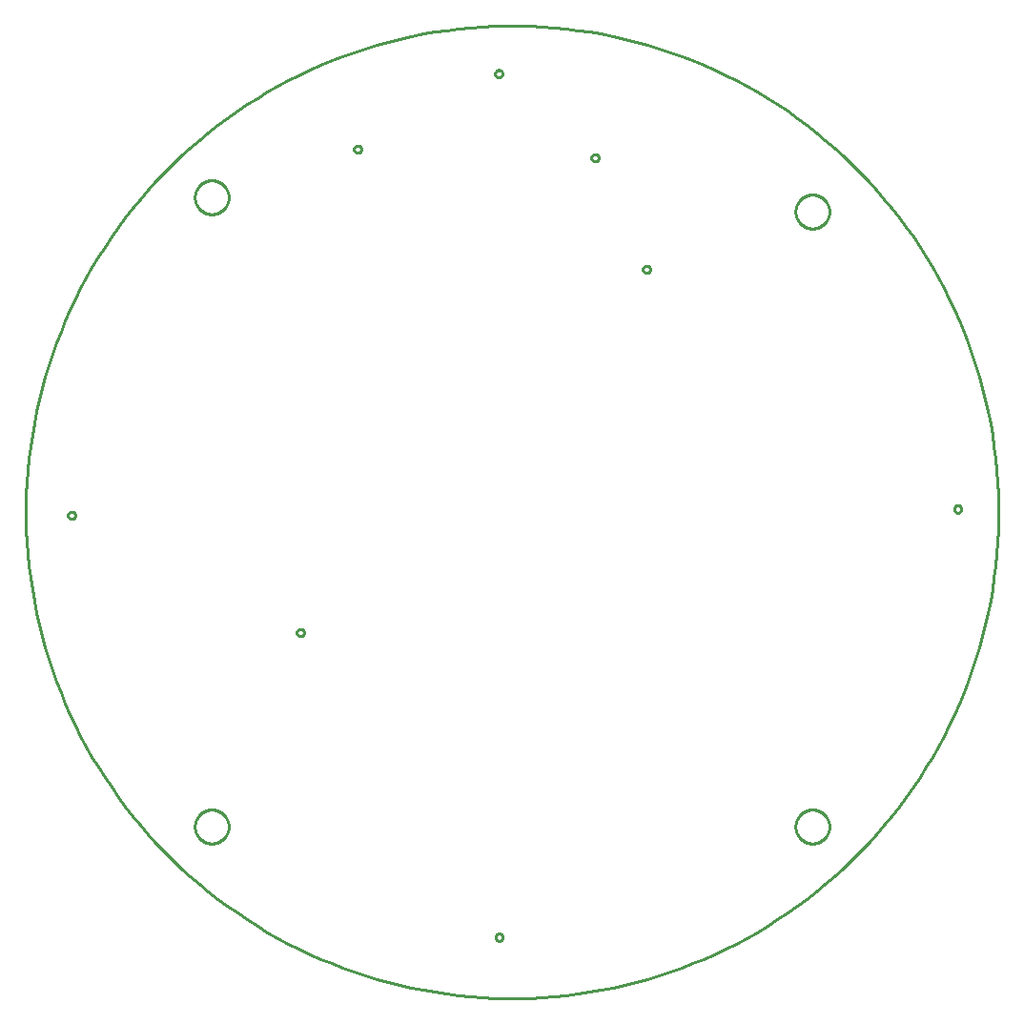
<source format=gbr>
G04 EAGLE Gerber RS-274X export*
G75*
%MOMM*%
%FSLAX34Y34*%
%LPD*%
%IN*%
%IPPOS*%
%AMOC8*
5,1,8,0,0,1.08239X$1,22.5*%
G01*
%ADD10C,0.254000*%


D10*
X444500Y-5299D02*
X444500Y5299D01*
X444240Y15895D01*
X443720Y26480D01*
X442940Y37050D01*
X441901Y47598D01*
X440604Y58116D01*
X439049Y68600D01*
X437237Y79043D01*
X435169Y89437D01*
X432847Y99778D01*
X430272Y110059D01*
X427445Y120274D01*
X424369Y130416D01*
X421044Y140480D01*
X417473Y150459D01*
X413659Y160347D01*
X409603Y170139D01*
X405308Y179828D01*
X400777Y189409D01*
X396012Y198876D01*
X391016Y208223D01*
X385792Y217444D01*
X380343Y226535D01*
X374673Y235489D01*
X368784Y244301D01*
X362682Y252967D01*
X356368Y261479D01*
X349848Y269835D01*
X343124Y278027D01*
X336201Y286053D01*
X329084Y293906D01*
X321776Y301582D01*
X314282Y309076D01*
X306606Y316384D01*
X298753Y323501D01*
X290727Y330424D01*
X282535Y337148D01*
X274179Y343668D01*
X265667Y349982D01*
X257001Y356084D01*
X248189Y361973D01*
X239235Y367643D01*
X230144Y373092D01*
X220923Y378316D01*
X211576Y383312D01*
X202109Y388077D01*
X192528Y392608D01*
X182839Y396903D01*
X173047Y400959D01*
X163159Y404773D01*
X153180Y408344D01*
X143116Y411669D01*
X132974Y414745D01*
X122759Y417572D01*
X112478Y420147D01*
X102137Y422469D01*
X91743Y424537D01*
X81300Y426349D01*
X70816Y427904D01*
X60298Y429201D01*
X49750Y430240D01*
X39180Y431020D01*
X28595Y431540D01*
X17999Y431800D01*
X7401Y431800D01*
X-3195Y431540D01*
X-13780Y431020D01*
X-24350Y430240D01*
X-34898Y429201D01*
X-45416Y427904D01*
X-55900Y426349D01*
X-66343Y424537D01*
X-76737Y422469D01*
X-87078Y420147D01*
X-97359Y417572D01*
X-107574Y414745D01*
X-117716Y411669D01*
X-127780Y408344D01*
X-137759Y404773D01*
X-147647Y400959D01*
X-157439Y396903D01*
X-167128Y392608D01*
X-176709Y388077D01*
X-186176Y383312D01*
X-195523Y378316D01*
X-204744Y373092D01*
X-213835Y367643D01*
X-222789Y361973D01*
X-231601Y356084D01*
X-240267Y349982D01*
X-248779Y343668D01*
X-257135Y337148D01*
X-265327Y330424D01*
X-273353Y323501D01*
X-281206Y316384D01*
X-288882Y309076D01*
X-296376Y301582D01*
X-303684Y293906D01*
X-310801Y286053D01*
X-317724Y278027D01*
X-324448Y269835D01*
X-330968Y261479D01*
X-337282Y252967D01*
X-343384Y244301D01*
X-349273Y235489D01*
X-354943Y226535D01*
X-360392Y217444D01*
X-365616Y208223D01*
X-370612Y198876D01*
X-375377Y189409D01*
X-379908Y179828D01*
X-384203Y170139D01*
X-388259Y160347D01*
X-392073Y150459D01*
X-395644Y140480D01*
X-398969Y130416D01*
X-402045Y120274D01*
X-404872Y110059D01*
X-407447Y99778D01*
X-409769Y89437D01*
X-411837Y79043D01*
X-413649Y68600D01*
X-415204Y58116D01*
X-416501Y47598D01*
X-417540Y37050D01*
X-418320Y26480D01*
X-418840Y15895D01*
X-419100Y5299D01*
X-419100Y-5299D01*
X-418840Y-15895D01*
X-418320Y-26480D01*
X-417540Y-37050D01*
X-416501Y-47598D01*
X-415204Y-58116D01*
X-413649Y-68600D01*
X-411837Y-79043D01*
X-409769Y-89437D01*
X-407447Y-99778D01*
X-404872Y-110059D01*
X-402045Y-120274D01*
X-398969Y-130416D01*
X-395644Y-140480D01*
X-392073Y-150459D01*
X-388259Y-160347D01*
X-384203Y-170139D01*
X-379908Y-179828D01*
X-375377Y-189409D01*
X-370612Y-198876D01*
X-365616Y-208223D01*
X-360392Y-217444D01*
X-354943Y-226535D01*
X-349273Y-235489D01*
X-343384Y-244301D01*
X-337282Y-252967D01*
X-330968Y-261479D01*
X-324448Y-269835D01*
X-317724Y-278027D01*
X-310801Y-286053D01*
X-303684Y-293906D01*
X-296376Y-301582D01*
X-288882Y-309076D01*
X-281206Y-316384D01*
X-273353Y-323501D01*
X-265327Y-330424D01*
X-257135Y-337148D01*
X-248779Y-343668D01*
X-240267Y-349982D01*
X-231601Y-356084D01*
X-222789Y-361973D01*
X-213835Y-367643D01*
X-204744Y-373092D01*
X-195523Y-378316D01*
X-186176Y-383312D01*
X-176709Y-388077D01*
X-167128Y-392608D01*
X-157439Y-396903D01*
X-147647Y-400959D01*
X-137759Y-404773D01*
X-127780Y-408344D01*
X-117716Y-411669D01*
X-107574Y-414745D01*
X-97359Y-417572D01*
X-87078Y-420147D01*
X-76737Y-422469D01*
X-66343Y-424537D01*
X-55900Y-426349D01*
X-45416Y-427904D01*
X-34898Y-429201D01*
X-24350Y-430240D01*
X-13780Y-431020D01*
X-3195Y-431540D01*
X7401Y-431800D01*
X17999Y-431800D01*
X28595Y-431540D01*
X39180Y-431020D01*
X49750Y-430240D01*
X60298Y-429201D01*
X70816Y-427904D01*
X81300Y-426349D01*
X91743Y-424537D01*
X102137Y-422469D01*
X112478Y-420147D01*
X122759Y-417572D01*
X132974Y-414745D01*
X143116Y-411669D01*
X153180Y-408344D01*
X163159Y-404773D01*
X173047Y-400959D01*
X182839Y-396903D01*
X192528Y-392608D01*
X202109Y-388077D01*
X211576Y-383312D01*
X220923Y-378316D01*
X230144Y-373092D01*
X239235Y-367643D01*
X248189Y-361973D01*
X257001Y-356084D01*
X265667Y-349982D01*
X274179Y-343668D01*
X282535Y-337148D01*
X290727Y-330424D01*
X298753Y-323501D01*
X306606Y-316384D01*
X314282Y-309076D01*
X321776Y-301582D01*
X329084Y-293906D01*
X336201Y-286053D01*
X343124Y-278027D01*
X349848Y-269835D01*
X356368Y-261479D01*
X362682Y-252967D01*
X368784Y-244301D01*
X374673Y-235489D01*
X380343Y-226535D01*
X385792Y-217444D01*
X391016Y-208223D01*
X396012Y-198876D01*
X400777Y-189409D01*
X405308Y-179828D01*
X409603Y-170139D01*
X413659Y-160347D01*
X417473Y-150459D01*
X421044Y-140480D01*
X424369Y-130416D01*
X427445Y-120274D01*
X430272Y-110059D01*
X432847Y-99778D01*
X435169Y-89437D01*
X437237Y-79043D01*
X439049Y-68600D01*
X440604Y-58116D01*
X441901Y-47598D01*
X442940Y-37050D01*
X443720Y-26480D01*
X444240Y-15895D01*
X444500Y-5299D01*
X-239000Y278864D02*
X-239076Y277796D01*
X-239229Y276735D01*
X-239457Y275688D01*
X-239759Y274660D01*
X-240133Y273656D01*
X-240578Y272681D01*
X-241092Y271741D01*
X-241671Y270840D01*
X-242313Y269982D01*
X-243015Y269172D01*
X-243772Y268415D01*
X-244582Y267713D01*
X-245440Y267071D01*
X-246341Y266492D01*
X-247281Y265978D01*
X-248256Y265533D01*
X-249260Y265159D01*
X-250288Y264857D01*
X-251335Y264629D01*
X-252396Y264476D01*
X-253464Y264400D01*
X-254536Y264400D01*
X-255604Y264476D01*
X-256665Y264629D01*
X-257712Y264857D01*
X-258740Y265159D01*
X-259744Y265533D01*
X-260719Y265978D01*
X-261659Y266492D01*
X-262560Y267071D01*
X-263418Y267713D01*
X-264228Y268415D01*
X-264985Y269172D01*
X-265687Y269982D01*
X-266329Y270840D01*
X-266908Y271741D01*
X-267422Y272681D01*
X-267867Y273656D01*
X-268241Y274660D01*
X-268543Y275688D01*
X-268771Y276735D01*
X-268924Y277796D01*
X-269000Y278864D01*
X-269000Y279936D01*
X-268924Y281004D01*
X-268771Y282065D01*
X-268543Y283112D01*
X-268241Y284140D01*
X-267867Y285144D01*
X-267422Y286119D01*
X-266908Y287059D01*
X-266329Y287960D01*
X-265687Y288818D01*
X-264985Y289628D01*
X-264228Y290385D01*
X-263418Y291087D01*
X-262560Y291729D01*
X-261659Y292308D01*
X-260719Y292822D01*
X-259744Y293267D01*
X-258740Y293641D01*
X-257712Y293943D01*
X-256665Y294171D01*
X-255604Y294324D01*
X-254536Y294400D01*
X-253464Y294400D01*
X-252396Y294324D01*
X-251335Y294171D01*
X-250288Y293943D01*
X-249260Y293641D01*
X-248256Y293267D01*
X-247281Y292822D01*
X-246341Y292308D01*
X-245440Y291729D01*
X-244582Y291087D01*
X-243772Y290385D01*
X-243015Y289628D01*
X-242313Y288818D01*
X-241671Y287960D01*
X-241092Y287059D01*
X-240578Y286119D01*
X-240133Y285144D01*
X-239759Y284140D01*
X-239457Y283112D01*
X-239229Y282065D01*
X-239076Y281004D01*
X-239000Y279936D01*
X-239000Y278864D01*
X-239000Y-279936D02*
X-239076Y-281004D01*
X-239229Y-282065D01*
X-239457Y-283112D01*
X-239759Y-284140D01*
X-240133Y-285144D01*
X-240578Y-286119D01*
X-241092Y-287059D01*
X-241671Y-287960D01*
X-242313Y-288818D01*
X-243015Y-289628D01*
X-243772Y-290385D01*
X-244582Y-291087D01*
X-245440Y-291729D01*
X-246341Y-292308D01*
X-247281Y-292822D01*
X-248256Y-293267D01*
X-249260Y-293641D01*
X-250288Y-293943D01*
X-251335Y-294171D01*
X-252396Y-294324D01*
X-253464Y-294400D01*
X-254536Y-294400D01*
X-255604Y-294324D01*
X-256665Y-294171D01*
X-257712Y-293943D01*
X-258740Y-293641D01*
X-259744Y-293267D01*
X-260719Y-292822D01*
X-261659Y-292308D01*
X-262560Y-291729D01*
X-263418Y-291087D01*
X-264228Y-290385D01*
X-264985Y-289628D01*
X-265687Y-288818D01*
X-266329Y-287960D01*
X-266908Y-287059D01*
X-267422Y-286119D01*
X-267867Y-285144D01*
X-268241Y-284140D01*
X-268543Y-283112D01*
X-268771Y-282065D01*
X-268924Y-281004D01*
X-269000Y-279936D01*
X-269000Y-278864D01*
X-268924Y-277796D01*
X-268771Y-276735D01*
X-268543Y-275688D01*
X-268241Y-274660D01*
X-267867Y-273656D01*
X-267422Y-272681D01*
X-266908Y-271741D01*
X-266329Y-270840D01*
X-265687Y-269982D01*
X-264985Y-269172D01*
X-264228Y-268415D01*
X-263418Y-267713D01*
X-262560Y-267071D01*
X-261659Y-266492D01*
X-260719Y-265978D01*
X-259744Y-265533D01*
X-258740Y-265159D01*
X-257712Y-264857D01*
X-256665Y-264629D01*
X-255604Y-264476D01*
X-254536Y-264400D01*
X-253464Y-264400D01*
X-252396Y-264476D01*
X-251335Y-264629D01*
X-250288Y-264857D01*
X-249260Y-265159D01*
X-248256Y-265533D01*
X-247281Y-265978D01*
X-246341Y-266492D01*
X-245440Y-267071D01*
X-244582Y-267713D01*
X-243772Y-268415D01*
X-243015Y-269172D01*
X-242313Y-269982D01*
X-241671Y-270840D01*
X-241092Y-271741D01*
X-240578Y-272681D01*
X-240133Y-273656D01*
X-239759Y-274660D01*
X-239457Y-275688D01*
X-239229Y-276735D01*
X-239076Y-277796D01*
X-239000Y-278864D01*
X-239000Y-279936D01*
X294400Y-279936D02*
X294324Y-281004D01*
X294171Y-282065D01*
X293943Y-283112D01*
X293641Y-284140D01*
X293267Y-285144D01*
X292822Y-286119D01*
X292308Y-287059D01*
X291729Y-287960D01*
X291087Y-288818D01*
X290385Y-289628D01*
X289628Y-290385D01*
X288818Y-291087D01*
X287960Y-291729D01*
X287059Y-292308D01*
X286119Y-292822D01*
X285144Y-293267D01*
X284140Y-293641D01*
X283112Y-293943D01*
X282065Y-294171D01*
X281004Y-294324D01*
X279936Y-294400D01*
X278864Y-294400D01*
X277796Y-294324D01*
X276735Y-294171D01*
X275688Y-293943D01*
X274660Y-293641D01*
X273656Y-293267D01*
X272681Y-292822D01*
X271741Y-292308D01*
X270840Y-291729D01*
X269982Y-291087D01*
X269172Y-290385D01*
X268415Y-289628D01*
X267713Y-288818D01*
X267071Y-287960D01*
X266492Y-287059D01*
X265978Y-286119D01*
X265533Y-285144D01*
X265159Y-284140D01*
X264857Y-283112D01*
X264629Y-282065D01*
X264476Y-281004D01*
X264400Y-279936D01*
X264400Y-278864D01*
X264476Y-277796D01*
X264629Y-276735D01*
X264857Y-275688D01*
X265159Y-274660D01*
X265533Y-273656D01*
X265978Y-272681D01*
X266492Y-271741D01*
X267071Y-270840D01*
X267713Y-269982D01*
X268415Y-269172D01*
X269172Y-268415D01*
X269982Y-267713D01*
X270840Y-267071D01*
X271741Y-266492D01*
X272681Y-265978D01*
X273656Y-265533D01*
X274660Y-265159D01*
X275688Y-264857D01*
X276735Y-264629D01*
X277796Y-264476D01*
X278864Y-264400D01*
X279936Y-264400D01*
X281004Y-264476D01*
X282065Y-264629D01*
X283112Y-264857D01*
X284140Y-265159D01*
X285144Y-265533D01*
X286119Y-265978D01*
X287059Y-266492D01*
X287960Y-267071D01*
X288818Y-267713D01*
X289628Y-268415D01*
X290385Y-269172D01*
X291087Y-269982D01*
X291729Y-270840D01*
X292308Y-271741D01*
X292822Y-272681D01*
X293267Y-273656D01*
X293641Y-274660D01*
X293943Y-275688D01*
X294171Y-276735D01*
X294324Y-277796D01*
X294400Y-278864D01*
X294400Y-279936D01*
X294400Y266164D02*
X294324Y265096D01*
X294171Y264035D01*
X293943Y262988D01*
X293641Y261960D01*
X293267Y260956D01*
X292822Y259981D01*
X292308Y259041D01*
X291729Y258140D01*
X291087Y257282D01*
X290385Y256472D01*
X289628Y255715D01*
X288818Y255013D01*
X287960Y254371D01*
X287059Y253792D01*
X286119Y253278D01*
X285144Y252833D01*
X284140Y252459D01*
X283112Y252157D01*
X282065Y251929D01*
X281004Y251776D01*
X279936Y251700D01*
X278864Y251700D01*
X277796Y251776D01*
X276735Y251929D01*
X275688Y252157D01*
X274660Y252459D01*
X273656Y252833D01*
X272681Y253278D01*
X271741Y253792D01*
X270840Y254371D01*
X269982Y255013D01*
X269172Y255715D01*
X268415Y256472D01*
X267713Y257282D01*
X267071Y258140D01*
X266492Y259041D01*
X265978Y259981D01*
X265533Y260956D01*
X265159Y261960D01*
X264857Y262988D01*
X264629Y264035D01*
X264476Y265096D01*
X264400Y266164D01*
X264400Y267236D01*
X264476Y268304D01*
X264629Y269365D01*
X264857Y270412D01*
X265159Y271440D01*
X265533Y272444D01*
X265978Y273419D01*
X266492Y274359D01*
X267071Y275260D01*
X267713Y276118D01*
X268415Y276928D01*
X269172Y277685D01*
X269982Y278387D01*
X270840Y279029D01*
X271741Y279608D01*
X272681Y280122D01*
X273656Y280567D01*
X274660Y280941D01*
X275688Y281243D01*
X276735Y281471D01*
X277796Y281624D01*
X278864Y281700D01*
X279936Y281700D01*
X281004Y281624D01*
X282065Y281471D01*
X283112Y281243D01*
X284140Y280941D01*
X285144Y280567D01*
X286119Y280122D01*
X287059Y279608D01*
X287960Y279029D01*
X288818Y278387D01*
X289628Y277685D01*
X290385Y276928D01*
X291087Y276118D01*
X291729Y275260D01*
X292308Y274359D01*
X292822Y273419D01*
X293267Y272444D01*
X293641Y271440D01*
X293943Y270412D01*
X294171Y269365D01*
X294324Y268304D01*
X294400Y267236D01*
X294400Y266164D01*
X-2430Y389373D02*
X-2374Y389795D01*
X-2264Y390207D01*
X-2101Y390601D01*
X-1888Y390969D01*
X-1629Y391307D01*
X-1327Y391609D01*
X-989Y391868D01*
X-621Y392081D01*
X-227Y392244D01*
X185Y392354D01*
X607Y392410D01*
X1033Y392410D01*
X1455Y392354D01*
X1867Y392244D01*
X2261Y392081D01*
X2629Y391868D01*
X2967Y391609D01*
X3269Y391307D01*
X3528Y390969D01*
X3741Y390601D01*
X3904Y390207D01*
X4014Y389795D01*
X4070Y389373D01*
X4070Y388947D01*
X4014Y388525D01*
X3904Y388113D01*
X3741Y387719D01*
X3528Y387351D01*
X3269Y387013D01*
X2967Y386711D01*
X2629Y386452D01*
X2261Y386239D01*
X1867Y386076D01*
X1455Y385966D01*
X1033Y385910D01*
X607Y385910D01*
X185Y385966D01*
X-227Y386076D01*
X-621Y386239D01*
X-989Y386452D01*
X-1327Y386711D01*
X-1629Y387013D01*
X-1888Y387351D01*
X-2101Y387719D01*
X-2264Y388113D01*
X-2374Y388525D01*
X-2430Y388947D01*
X-2430Y389373D01*
X408663Y5790D02*
X409085Y5734D01*
X409497Y5624D01*
X409891Y5461D01*
X410259Y5248D01*
X410597Y4989D01*
X410899Y4687D01*
X411158Y4349D01*
X411371Y3981D01*
X411534Y3587D01*
X411644Y3175D01*
X411700Y2753D01*
X411700Y2327D01*
X411644Y1905D01*
X411534Y1493D01*
X411371Y1099D01*
X411158Y731D01*
X410899Y393D01*
X410597Y91D01*
X410259Y-168D01*
X409891Y-381D01*
X409497Y-544D01*
X409085Y-654D01*
X408663Y-710D01*
X408237Y-710D01*
X407815Y-654D01*
X407403Y-544D01*
X407009Y-381D01*
X406641Y-168D01*
X406303Y91D01*
X406001Y393D01*
X405742Y731D01*
X405529Y1099D01*
X405366Y1493D01*
X405256Y1905D01*
X405200Y2327D01*
X405200Y2753D01*
X405256Y3175D01*
X405366Y3587D01*
X405529Y3981D01*
X405742Y4349D01*
X406001Y4687D01*
X406303Y4989D01*
X406641Y5248D01*
X407009Y5461D01*
X407403Y5624D01*
X407815Y5734D01*
X408237Y5790D01*
X408663Y5790D01*
X-381710Y-2817D02*
X-381654Y-2395D01*
X-381544Y-1983D01*
X-381381Y-1589D01*
X-381168Y-1221D01*
X-380909Y-883D01*
X-380607Y-581D01*
X-380269Y-322D01*
X-379901Y-109D01*
X-379507Y54D01*
X-379095Y164D01*
X-378673Y220D01*
X-378247Y220D01*
X-377825Y164D01*
X-377413Y54D01*
X-377019Y-109D01*
X-376651Y-322D01*
X-376313Y-581D01*
X-376011Y-883D01*
X-375752Y-1221D01*
X-375539Y-1589D01*
X-375376Y-1983D01*
X-375266Y-2395D01*
X-375210Y-2817D01*
X-375210Y-3243D01*
X-375266Y-3665D01*
X-375376Y-4077D01*
X-375539Y-4471D01*
X-375752Y-4839D01*
X-376011Y-5177D01*
X-376313Y-5479D01*
X-376651Y-5738D01*
X-377019Y-5951D01*
X-377413Y-6114D01*
X-377825Y-6224D01*
X-378247Y-6280D01*
X-378673Y-6280D01*
X-379095Y-6224D01*
X-379507Y-6114D01*
X-379901Y-5951D01*
X-380269Y-5738D01*
X-380607Y-5479D01*
X-380909Y-5177D01*
X-381168Y-4839D01*
X-381381Y-4471D01*
X-381544Y-4077D01*
X-381654Y-3665D01*
X-381710Y-3243D01*
X-381710Y-2817D01*
X-1980Y-377467D02*
X-1924Y-377045D01*
X-1814Y-376633D01*
X-1651Y-376239D01*
X-1438Y-375871D01*
X-1179Y-375533D01*
X-877Y-375231D01*
X-539Y-374972D01*
X-171Y-374759D01*
X223Y-374596D01*
X635Y-374486D01*
X1057Y-374430D01*
X1483Y-374430D01*
X1905Y-374486D01*
X2317Y-374596D01*
X2711Y-374759D01*
X3079Y-374972D01*
X3417Y-375231D01*
X3719Y-375533D01*
X3978Y-375871D01*
X4191Y-376239D01*
X4354Y-376633D01*
X4464Y-377045D01*
X4520Y-377467D01*
X4520Y-377893D01*
X4464Y-378315D01*
X4354Y-378727D01*
X4191Y-379121D01*
X3978Y-379489D01*
X3719Y-379827D01*
X3417Y-380129D01*
X3079Y-380388D01*
X2711Y-380601D01*
X2317Y-380764D01*
X1905Y-380874D01*
X1483Y-380930D01*
X1057Y-380930D01*
X635Y-380874D01*
X223Y-380764D01*
X-171Y-380601D01*
X-539Y-380388D01*
X-877Y-380129D01*
X-1179Y-379827D01*
X-1438Y-379489D01*
X-1651Y-379121D01*
X-1814Y-378727D01*
X-1924Y-378315D01*
X-1980Y-377893D01*
X-1980Y-377467D01*
X83110Y314683D02*
X83166Y315105D01*
X83276Y315517D01*
X83439Y315911D01*
X83652Y316279D01*
X83911Y316617D01*
X84213Y316919D01*
X84551Y317178D01*
X84919Y317391D01*
X85313Y317554D01*
X85725Y317664D01*
X86147Y317720D01*
X86573Y317720D01*
X86995Y317664D01*
X87407Y317554D01*
X87801Y317391D01*
X88169Y317178D01*
X88507Y316919D01*
X88809Y316617D01*
X89068Y316279D01*
X89281Y315911D01*
X89444Y315517D01*
X89554Y315105D01*
X89610Y314683D01*
X89610Y314257D01*
X89554Y313835D01*
X89444Y313423D01*
X89281Y313029D01*
X89068Y312661D01*
X88809Y312323D01*
X88507Y312021D01*
X88169Y311762D01*
X87801Y311549D01*
X87407Y311386D01*
X86995Y311276D01*
X86573Y311220D01*
X86147Y311220D01*
X85725Y311276D01*
X85313Y311386D01*
X84919Y311549D01*
X84551Y311762D01*
X84213Y312021D01*
X83911Y312323D01*
X83652Y312661D01*
X83439Y313029D01*
X83276Y313423D01*
X83166Y313835D01*
X83110Y314257D01*
X83110Y314683D01*
X128830Y215623D02*
X128886Y216045D01*
X128996Y216457D01*
X129159Y216851D01*
X129372Y217219D01*
X129631Y217557D01*
X129933Y217859D01*
X130271Y218118D01*
X130639Y218331D01*
X131033Y218494D01*
X131445Y218604D01*
X131867Y218660D01*
X132293Y218660D01*
X132715Y218604D01*
X133127Y218494D01*
X133521Y218331D01*
X133889Y218118D01*
X134227Y217859D01*
X134529Y217557D01*
X134788Y217219D01*
X135001Y216851D01*
X135164Y216457D01*
X135274Y216045D01*
X135330Y215623D01*
X135330Y215197D01*
X135274Y214775D01*
X135164Y214363D01*
X135001Y213969D01*
X134788Y213601D01*
X134529Y213263D01*
X134227Y212961D01*
X133889Y212702D01*
X133521Y212489D01*
X133127Y212326D01*
X132715Y212216D01*
X132293Y212160D01*
X131867Y212160D01*
X131445Y212216D01*
X131033Y212326D01*
X130639Y212489D01*
X130271Y212702D01*
X129933Y212961D01*
X129631Y213263D01*
X129372Y213601D01*
X129159Y213969D01*
X128996Y214363D01*
X128886Y214775D01*
X128830Y215197D01*
X128830Y215623D01*
X-178510Y-106957D02*
X-178454Y-106535D01*
X-178344Y-106123D01*
X-178181Y-105729D01*
X-177968Y-105361D01*
X-177709Y-105023D01*
X-177407Y-104721D01*
X-177069Y-104462D01*
X-176701Y-104249D01*
X-176307Y-104086D01*
X-175895Y-103976D01*
X-175473Y-103920D01*
X-175047Y-103920D01*
X-174625Y-103976D01*
X-174213Y-104086D01*
X-173819Y-104249D01*
X-173451Y-104462D01*
X-173113Y-104721D01*
X-172811Y-105023D01*
X-172552Y-105361D01*
X-172339Y-105729D01*
X-172176Y-106123D01*
X-172066Y-106535D01*
X-172010Y-106957D01*
X-172010Y-107383D01*
X-172066Y-107805D01*
X-172176Y-108217D01*
X-172339Y-108611D01*
X-172552Y-108979D01*
X-172811Y-109317D01*
X-173113Y-109619D01*
X-173451Y-109878D01*
X-173819Y-110091D01*
X-174213Y-110254D01*
X-174625Y-110364D01*
X-175047Y-110420D01*
X-175473Y-110420D01*
X-175895Y-110364D01*
X-176307Y-110254D01*
X-176701Y-110091D01*
X-177069Y-109878D01*
X-177407Y-109619D01*
X-177709Y-109317D01*
X-177968Y-108979D01*
X-178181Y-108611D01*
X-178344Y-108217D01*
X-178454Y-107805D01*
X-178510Y-107383D01*
X-178510Y-106957D01*
X-127710Y322303D02*
X-127654Y322725D01*
X-127544Y323137D01*
X-127381Y323531D01*
X-127168Y323899D01*
X-126909Y324237D01*
X-126607Y324539D01*
X-126269Y324798D01*
X-125901Y325011D01*
X-125507Y325174D01*
X-125095Y325284D01*
X-124673Y325340D01*
X-124247Y325340D01*
X-123825Y325284D01*
X-123413Y325174D01*
X-123019Y325011D01*
X-122651Y324798D01*
X-122313Y324539D01*
X-122011Y324237D01*
X-121752Y323899D01*
X-121539Y323531D01*
X-121376Y323137D01*
X-121266Y322725D01*
X-121210Y322303D01*
X-121210Y321877D01*
X-121266Y321455D01*
X-121376Y321043D01*
X-121539Y320649D01*
X-121752Y320281D01*
X-122011Y319943D01*
X-122313Y319641D01*
X-122651Y319382D01*
X-123019Y319169D01*
X-123413Y319006D01*
X-123825Y318896D01*
X-124247Y318840D01*
X-124673Y318840D01*
X-125095Y318896D01*
X-125507Y319006D01*
X-125901Y319169D01*
X-126269Y319382D01*
X-126607Y319641D01*
X-126909Y319943D01*
X-127168Y320281D01*
X-127381Y320649D01*
X-127544Y321043D01*
X-127654Y321455D01*
X-127710Y321877D01*
X-127710Y322303D01*
M02*

</source>
